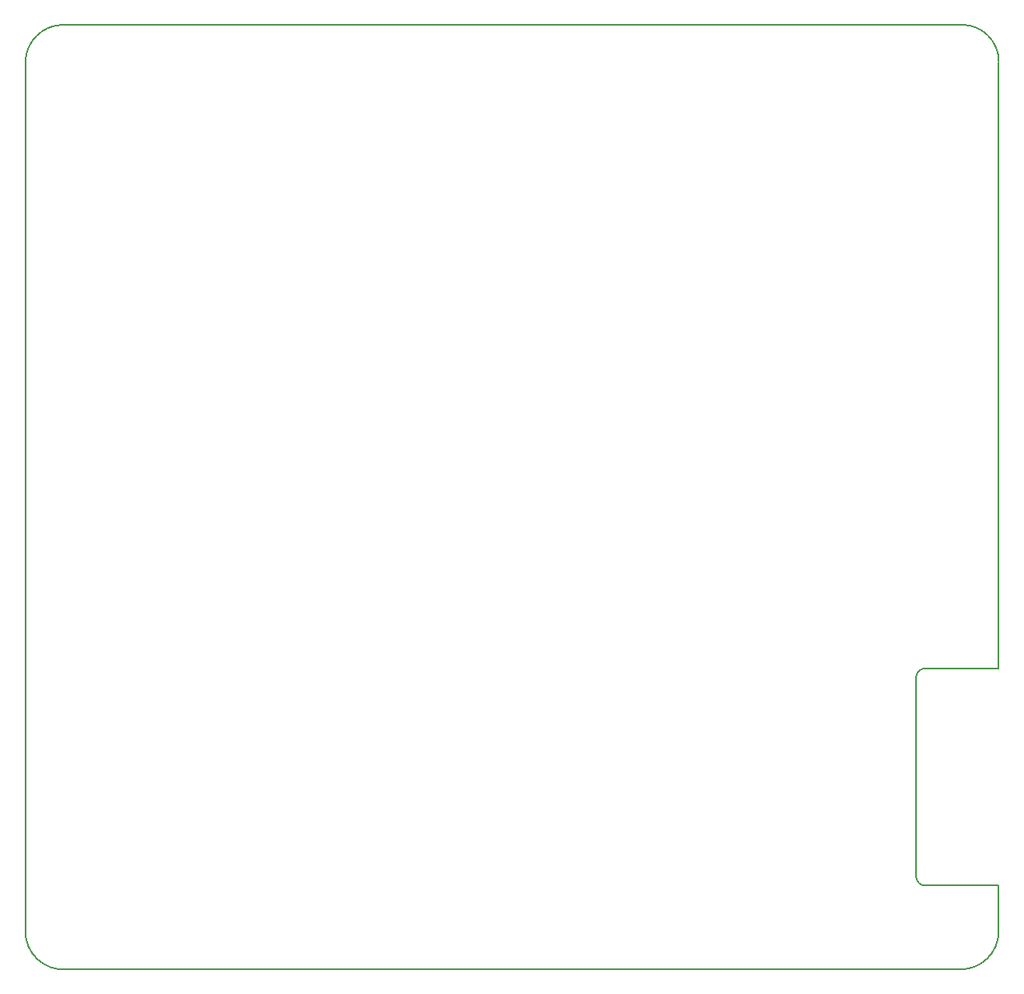
<source format=gbr>
%TF.GenerationSoftware,KiCad,Pcbnew,8.0.4*%
%TF.CreationDate,2024-09-19T17:04:51-03:00*%
%TF.ProjectId,placa de potencia,706c6163-6120-4646-9520-706f74656e63,rev?*%
%TF.SameCoordinates,Original*%
%TF.FileFunction,Profile,NP*%
%FSLAX46Y46*%
G04 Gerber Fmt 4.6, Leading zero omitted, Abs format (unit mm)*
G04 Created by KiCad (PCBNEW 8.0.4) date 2024-09-19 17:04:51*
%MOMM*%
%LPD*%
G01*
G04 APERTURE LIST*
%TA.AperFunction,Profile*%
%ADD10C,0.200000*%
%TD*%
G04 APERTURE END LIST*
D10*
X92485000Y-142506998D02*
G75*
G02*
X88220818Y-138507000I-256000J3999998D01*
G01*
X183480000Y-110647000D02*
X191229000Y-110647000D01*
X182480000Y-111647000D02*
X182480000Y-132646407D01*
X187100000Y-142506999D02*
X92485000Y-142506998D01*
X182480000Y-111647000D02*
G75*
G02*
X183480000Y-110647000I1000000J0D01*
G01*
X92104000Y-42507000D02*
X187358000Y-42507000D01*
X88229000Y-46507000D02*
G75*
G02*
X92229000Y-42507000I4000000J0D01*
G01*
X191229000Y-46507000D02*
X191229000Y-110647000D01*
X88229000Y-138507000D02*
X88229000Y-46507000D01*
X183480593Y-133646407D02*
X191229000Y-133642329D01*
X191229000Y-138507000D02*
X191229000Y-133642329D01*
X187354000Y-42504552D02*
G75*
G02*
X191248147Y-46401171I0J-3894148D01*
G01*
X183480593Y-133646407D02*
G75*
G02*
X182479993Y-132646407I-593J1000007D01*
G01*
X191231079Y-138507000D02*
G75*
G02*
X187100000Y-142506999I-4002079J0D01*
G01*
M02*

</source>
